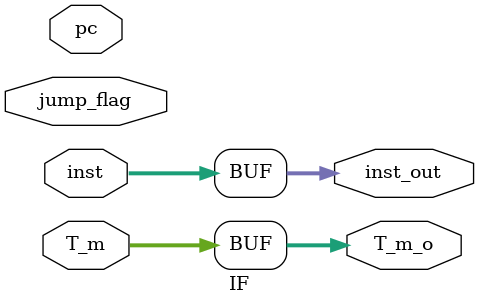
<source format=v>
module IF #(
    parameter ADDR_WIDTH = 13,       // 指令地址宽度，最大支持 8KB ROM
    parameter DATA_WIDTH = 16
)(
	//from dual_port_mem
   
	input   [DATA_WIDTH-1:0] inst 			,//dout_a
	input   [DATA_WIDTH-1:0] T_m			,//dout_b
	//from 	pc	             
    input   [ADDR_WIDTH-1:0] pc	  			,      // 当前PC（从寄存器中读出）
    input          			 jump_flag		,    // 跳转使能（控制来自 EX 或 decode 阶段）
    //to    
    output  [DATA_WIDTH-1:0] inst_out		,   // 输出当前指令（传给ID阶段）
	output  [DATA_WIDTH-1:0] T_m_o			
);
	
    // 从ROM中读取指令（注意按16位对齐）
    assign inst_out = inst;
	
	assign T_m_o = T_m;
	
    
endmodule

</source>
